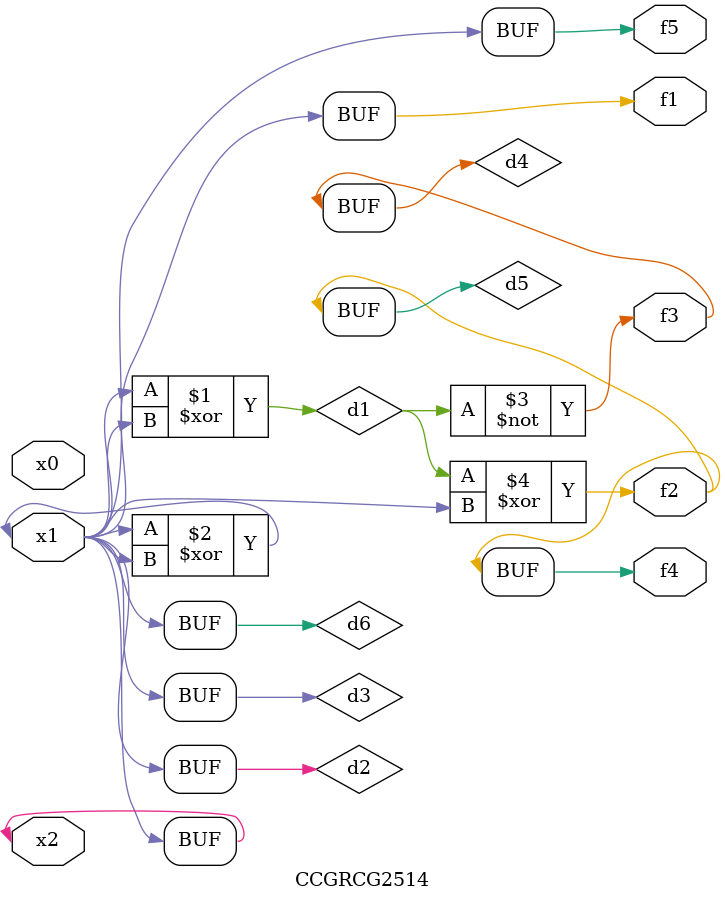
<source format=v>
module CCGRCG2514(
	input x0, x1, x2,
	output f1, f2, f3, f4, f5
);

	wire d1, d2, d3, d4, d5, d6;

	xor (d1, x1, x2);
	buf (d2, x1, x2);
	xor (d3, x1, x2);
	nor (d4, d1);
	xor (d5, d1, d2);
	buf (d6, d2, d3);
	assign f1 = d6;
	assign f2 = d5;
	assign f3 = d4;
	assign f4 = d5;
	assign f5 = d6;
endmodule

</source>
